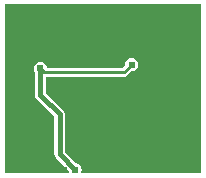
<source format=gbl>
G04 Layer_Physical_Order=2*
G04 Layer_Color=16711680*
%FSLAX24Y24*%
%MOIN*%
G70*
G01*
G75*
%ADD28C,0.0150*%
%ADD29C,0.0100*%
%ADD31C,0.0240*%
%ADD32C,0.0260*%
G36*
X3247Y-2047D02*
X-698D01*
X-729Y-1997D01*
X-716Y-1930D01*
X-733Y-1844D01*
X-781Y-1771D01*
X-854Y-1723D01*
X-905Y-1713D01*
X-1281Y-1337D01*
Y-72D01*
X-1281Y-72D01*
X-1295Y-4D01*
X-1333Y54D01*
X-1920Y640D01*
Y1167D01*
X680D01*
X739Y1179D01*
X788Y1212D01*
X933Y1357D01*
X940Y1356D01*
X1026Y1373D01*
X1099Y1421D01*
X1147Y1494D01*
X1164Y1580D01*
X1147Y1666D01*
X1099Y1739D01*
X1026Y1787D01*
X940Y1804D01*
X854Y1787D01*
X781Y1739D01*
X733Y1666D01*
X716Y1580D01*
X717Y1573D01*
X617Y1473D01*
X-1879D01*
X-1891Y1533D01*
X-1940Y1606D01*
X-2013Y1655D01*
X-2098Y1672D01*
X-2184Y1655D01*
X-2257Y1606D01*
X-2306Y1533D01*
X-2323Y1448D01*
X-2306Y1362D01*
X-2277Y1319D01*
Y567D01*
X-2263Y498D01*
X-2225Y440D01*
X-1638Y-146D01*
Y-1411D01*
X-1624Y-1479D01*
X-1586Y-1537D01*
X-1157Y-1965D01*
X-1151Y-1997D01*
X-1182Y-2047D01*
X-3277D01*
Y3607D01*
X3247D01*
Y-2047D01*
D02*
G37*
D28*
X-1459Y-1411D02*
X-940Y-1930D01*
X-2098Y567D02*
Y1448D01*
Y567D02*
X-1459Y-72D01*
Y-1411D02*
Y-72D01*
D29*
X-2098Y1448D02*
X-1971Y1320D01*
X680D01*
X940Y1580D01*
D31*
X3130Y3490D02*
D03*
X980D02*
D03*
X-1150Y1560D02*
D03*
X-3160Y3490D02*
D03*
X-1530D02*
D03*
X-240D02*
D03*
X-2790Y-80D02*
D03*
X-3160Y-1380D02*
D03*
Y-1930D02*
D03*
X3130Y-1890D02*
D03*
X2030D02*
D03*
X3130Y-530D02*
D03*
X2400D02*
D03*
X3130Y140D02*
D03*
X2950Y1280D02*
D03*
X1940Y2410D02*
D03*
X3130Y2920D02*
D03*
X940Y2010D02*
D03*
X1550Y2340D02*
D03*
X1220D02*
D03*
X980Y2920D02*
D03*
X-270D02*
D03*
X-3160Y1490D02*
D03*
X-2070Y1790D02*
D03*
X-3160Y2920D02*
D03*
X-2098Y1448D02*
D03*
X-2720Y1150D02*
D03*
X940Y1580D02*
D03*
X-1310Y-1940D02*
D03*
X2750Y-940D02*
D03*
X-940Y-1930D02*
D03*
X-1180Y-1181D02*
D03*
X-2620Y750D02*
D03*
X2590Y680D02*
D03*
Y1010D02*
D03*
X-2130Y2920D02*
D03*
X2372Y138D02*
D03*
X-240Y1590D02*
D03*
D32*
X709Y-709D02*
D03*
X236D02*
D03*
X-236D02*
D03*
X-709D02*
D03*
X709Y-236D02*
D03*
X236D02*
D03*
X-236D02*
D03*
X-709D02*
D03*
X709Y236D02*
D03*
X236D02*
D03*
X-236D02*
D03*
X-709D02*
D03*
X709Y709D02*
D03*
X236D02*
D03*
X-236D02*
D03*
X-709D02*
D03*
M02*

</source>
